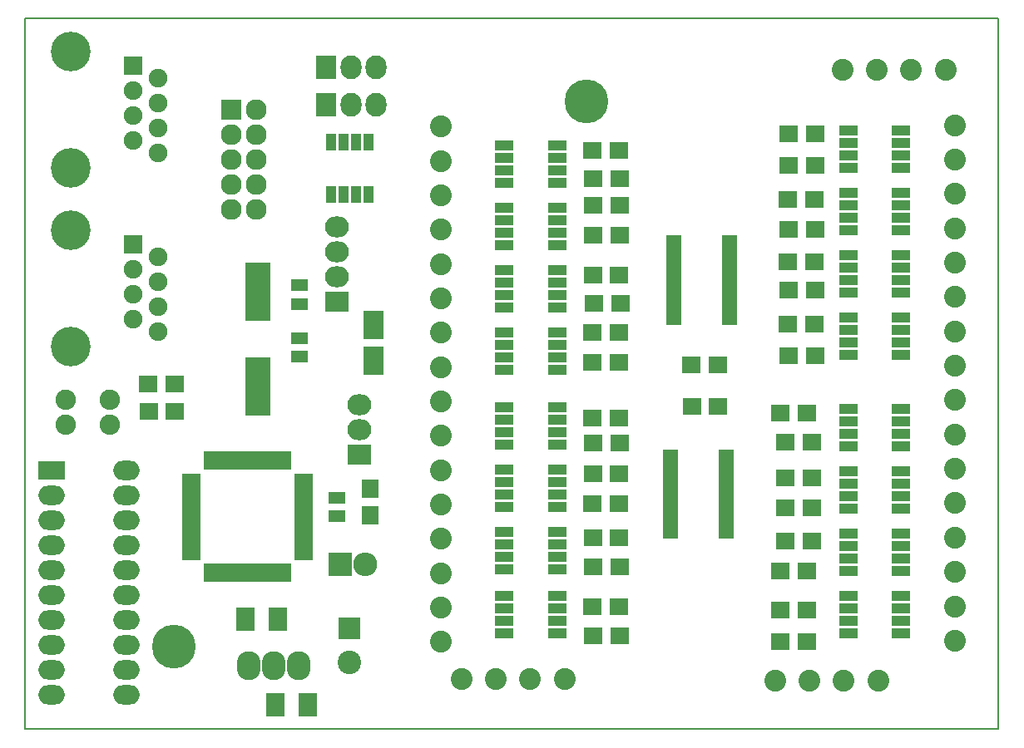
<source format=gbs>
G04 #@! TF.FileFunction,Soldermask,Bot*
%FSLAX46Y46*%
G04 Gerber Fmt 4.6, Leading zero omitted, Abs format (unit mm)*
G04 Created by KiCad (PCBNEW 4.1.0-alpha+201608211231+7083~46~ubuntu14.04.1-product) date Fri Aug 26 11:20:39 2016*
%MOMM*%
%LPD*%
G01*
G04 APERTURE LIST*
%ADD10C,0.150000*%
%ADD11C,0.200000*%
%ADD12C,4.049980*%
%ADD13R,1.901140X1.901140*%
%ADD14C,1.901140*%
%ADD15R,2.432000X2.127200*%
%ADD16O,2.432000X2.127200*%
%ADD17C,4.464000*%
%ADD18R,1.797000X1.289000*%
%ADD19R,2.000200X3.000960*%
%ADD20R,1.924000X2.432000*%
%ADD21C,2.076400*%
%ADD22R,1.924000X0.806400*%
%ADD23R,0.806400X1.924000*%
%ADD24R,1.500000X0.800000*%
%ADD25R,2.127200X2.432000*%
%ADD26O,2.127200X2.432000*%
%ADD27R,1.900000X1.700000*%
%ADD28R,1.700000X1.900000*%
%ADD29R,2.686000X1.974800*%
%ADD30O,2.686000X1.974800*%
%ADD31R,0.999440X1.799540*%
%ADD32O,2.432000X2.940000*%
%ADD33R,1.950000X1.000000*%
%ADD34R,2.500580X6.000700*%
%ADD35R,2.127200X2.127200*%
%ADD36O,2.127200X2.127200*%
%ADD37R,2.432000X2.432000*%
%ADD38O,2.432000X2.432000*%
%ADD39C,2.224000*%
%ADD40R,2.200000X2.200000*%
%ADD41C,2.400000*%
G04 APERTURE END LIST*
D10*
D11*
X124460000Y-24130000D02*
X25400000Y-24130000D01*
X124460000Y-96520000D02*
X124460000Y-24130000D01*
X25400000Y-96520000D02*
X124460000Y-96520000D01*
X25400000Y-24130000D02*
X25400000Y-96520000D01*
D12*
X29982500Y-57525920D03*
X29982500Y-45656500D03*
D13*
X36332500Y-47142400D03*
D14*
X38872500Y-48412400D03*
X36332500Y-49682400D03*
X38872500Y-50952400D03*
X36332500Y-52222400D03*
X38872500Y-53492400D03*
X36332500Y-54762400D03*
X38872500Y-56032400D03*
D15*
X57075000Y-53000000D03*
D16*
X57075000Y-50460000D03*
X57075000Y-47920000D03*
X57075000Y-45380000D03*
D17*
X40500000Y-88100000D03*
X82500000Y-32600000D03*
D18*
X53310000Y-56672500D03*
X53310000Y-58577500D03*
X53310000Y-51292500D03*
X53310000Y-53197500D03*
D19*
X60860000Y-55349140D03*
X60860000Y-58950860D03*
D20*
X54121000Y-94030000D03*
X50819000Y-94030000D03*
D18*
X57100000Y-74852500D03*
X57100000Y-72947500D03*
D20*
X51111000Y-85290000D03*
X47809000Y-85290000D03*
D21*
X29521900Y-62931100D03*
X29521900Y-65471100D03*
X34021900Y-62931100D03*
X34021900Y-65471100D03*
D22*
X42305000Y-74880000D03*
X42305000Y-74079900D03*
X42305000Y-73279800D03*
X42305000Y-72479700D03*
X42305000Y-71679600D03*
X42305000Y-70879500D03*
X42305000Y-75680100D03*
X42305000Y-76480200D03*
X42305000Y-77280300D03*
X42305000Y-78080400D03*
X42305000Y-78880500D03*
X53735000Y-74880000D03*
X53735000Y-74079900D03*
X53735000Y-73279800D03*
X53735000Y-72479700D03*
X53735000Y-71679600D03*
X53735000Y-70879500D03*
X53735000Y-75680100D03*
X53735000Y-76480200D03*
X53735000Y-77280300D03*
X53735000Y-78080400D03*
X53735000Y-78880500D03*
D23*
X48020000Y-69165000D03*
X48020000Y-80595000D03*
X48820100Y-69165000D03*
X48820100Y-80595000D03*
X49620200Y-80595000D03*
X49620200Y-69165000D03*
X50420300Y-69165000D03*
X50420300Y-80595000D03*
X51220400Y-80595000D03*
X51220400Y-69165000D03*
X52020500Y-69165000D03*
X52020500Y-80595000D03*
X47219900Y-80595000D03*
X47219900Y-69165000D03*
X46419800Y-69165000D03*
X46419800Y-80595000D03*
X45619700Y-80595000D03*
X45619700Y-69165000D03*
X44819600Y-69165000D03*
X44819600Y-80595000D03*
X44019500Y-80595000D03*
X44019500Y-69165000D03*
D24*
X91070000Y-76795000D03*
X91070000Y-76145000D03*
X91070000Y-75495000D03*
X91070000Y-74845000D03*
X91070000Y-74195000D03*
X91070000Y-73545000D03*
X91070000Y-72895000D03*
X91070000Y-72245000D03*
X91070000Y-71595000D03*
X91070000Y-70945000D03*
X91070000Y-70295000D03*
X91070000Y-69645000D03*
X91070000Y-68995000D03*
X91070000Y-68345000D03*
X96770000Y-68345000D03*
X96770000Y-68995000D03*
X96770000Y-69645000D03*
X96770000Y-70295000D03*
X96770000Y-70945000D03*
X96770000Y-71595000D03*
X96770000Y-72245000D03*
X96770000Y-72895000D03*
X96770000Y-73545000D03*
X96770000Y-74195000D03*
X96770000Y-74845000D03*
X96770000Y-75495000D03*
X96770000Y-76145000D03*
X96770000Y-76795000D03*
X91390000Y-54965000D03*
X91390000Y-54315000D03*
X91390000Y-53665000D03*
X91390000Y-53015000D03*
X91390000Y-52365000D03*
X91390000Y-51715000D03*
X91390000Y-51065000D03*
X91390000Y-50415000D03*
X91390000Y-49765000D03*
X91390000Y-49115000D03*
X91390000Y-48465000D03*
X91390000Y-47815000D03*
X91390000Y-47165000D03*
X91390000Y-46515000D03*
X97090000Y-46515000D03*
X97090000Y-47165000D03*
X97090000Y-47815000D03*
X97090000Y-48465000D03*
X97090000Y-49115000D03*
X97090000Y-49765000D03*
X97090000Y-50415000D03*
X97090000Y-51065000D03*
X97090000Y-51715000D03*
X97090000Y-52365000D03*
X97090000Y-53015000D03*
X97090000Y-53665000D03*
X97090000Y-54315000D03*
X97090000Y-54965000D03*
D15*
X59360000Y-68550000D03*
D16*
X59360000Y-66010000D03*
X59360000Y-63470000D03*
D25*
X55990000Y-29130000D03*
D26*
X58530000Y-29130000D03*
X61070000Y-29130000D03*
D25*
X55990000Y-32880000D03*
D26*
X58530000Y-32880000D03*
X61070000Y-32880000D03*
D27*
X40601900Y-61381100D03*
X37901900Y-61381100D03*
X40631900Y-64151100D03*
X37931900Y-64151100D03*
D28*
X60480000Y-72060000D03*
X60480000Y-74760000D03*
D27*
X93220000Y-63620000D03*
X95920000Y-63620000D03*
X93170000Y-59370000D03*
X95870000Y-59370000D03*
X85860000Y-87010000D03*
X83160000Y-87010000D03*
X85840000Y-84030000D03*
X83140000Y-84030000D03*
X85860000Y-79960000D03*
X83160000Y-79960000D03*
X85850000Y-77000000D03*
X83150000Y-77000000D03*
X85810000Y-73550000D03*
X83110000Y-73550000D03*
X85850000Y-70500000D03*
X83150000Y-70500000D03*
X85880000Y-67400000D03*
X83180000Y-67400000D03*
X85840000Y-64810000D03*
X83140000Y-64810000D03*
X102250000Y-64300000D03*
X104950000Y-64300000D03*
X102750000Y-67300000D03*
X105450000Y-67300000D03*
X102720000Y-70890000D03*
X105420000Y-70890000D03*
X102750000Y-74000000D03*
X105450000Y-74000000D03*
X102720000Y-77340000D03*
X105420000Y-77340000D03*
X102250000Y-80400000D03*
X104950000Y-80400000D03*
X102250000Y-84400000D03*
X104950000Y-84400000D03*
X102250000Y-87600000D03*
X104950000Y-87600000D03*
X85840000Y-59130000D03*
X83140000Y-59130000D03*
X85830000Y-56080000D03*
X83130000Y-56080000D03*
X85950000Y-53150000D03*
X83250000Y-53150000D03*
X85850000Y-50220000D03*
X83150000Y-50220000D03*
X85910000Y-46160000D03*
X83210000Y-46160000D03*
X85890000Y-43150000D03*
X83190000Y-43150000D03*
X85870000Y-40420000D03*
X83170000Y-40420000D03*
X85820000Y-37520000D03*
X83120000Y-37520000D03*
X103050000Y-35900000D03*
X105750000Y-35900000D03*
X103050000Y-39100000D03*
X105750000Y-39100000D03*
X103020000Y-42520000D03*
X105720000Y-42520000D03*
X103050000Y-45600000D03*
X105750000Y-45600000D03*
X103020000Y-48870000D03*
X105720000Y-48870000D03*
X103050000Y-51800000D03*
X105750000Y-51800000D03*
X103020000Y-55220000D03*
X105720000Y-55220000D03*
X103050000Y-58500000D03*
X105750000Y-58500000D03*
D29*
X28090000Y-70170000D03*
D30*
X28090000Y-72710000D03*
X28090000Y-75250000D03*
X28090000Y-77790000D03*
X28090000Y-80330000D03*
X28090000Y-82870000D03*
X28090000Y-85410000D03*
X28090000Y-87950000D03*
X28090000Y-90490000D03*
X28090000Y-93030000D03*
X35710000Y-93030000D03*
X35710000Y-90490000D03*
X35710000Y-87950000D03*
X35710000Y-85410000D03*
X35710000Y-82870000D03*
X35710000Y-80330000D03*
X35710000Y-77790000D03*
X35710000Y-75250000D03*
X35710000Y-72710000D03*
X35710000Y-70170000D03*
D31*
X60325000Y-36703000D03*
X60325000Y-42037000D03*
X59055000Y-36703000D03*
X57785000Y-36703000D03*
X56515000Y-36703000D03*
X59055000Y-42037000D03*
X57785000Y-42037000D03*
X56515000Y-42037000D03*
D32*
X50670000Y-90030000D03*
X48130000Y-90030000D03*
X53210000Y-90030000D03*
D33*
X79560000Y-82925000D03*
X79560000Y-84195000D03*
X79560000Y-85465000D03*
X79560000Y-86735000D03*
X74160000Y-86735000D03*
X74160000Y-85465000D03*
X74160000Y-84195000D03*
X74160000Y-82925000D03*
X79550000Y-76445000D03*
X79550000Y-77715000D03*
X79550000Y-78985000D03*
X79550000Y-80255000D03*
X74150000Y-80255000D03*
X74150000Y-78985000D03*
X74150000Y-77715000D03*
X74150000Y-76445000D03*
X79550000Y-70095000D03*
X79550000Y-71365000D03*
X79550000Y-72635000D03*
X79550000Y-73905000D03*
X74150000Y-73905000D03*
X74150000Y-72635000D03*
X74150000Y-71365000D03*
X74150000Y-70095000D03*
X79550000Y-63745000D03*
X79550000Y-65015000D03*
X79550000Y-66285000D03*
X79550000Y-67555000D03*
X74150000Y-67555000D03*
X74150000Y-66285000D03*
X74150000Y-65015000D03*
X74150000Y-63745000D03*
X109140000Y-67715000D03*
X109140000Y-66445000D03*
X109140000Y-65175000D03*
X109140000Y-63905000D03*
X114540000Y-63905000D03*
X114540000Y-65175000D03*
X114540000Y-66445000D03*
X114540000Y-67715000D03*
X109140000Y-74065000D03*
X109140000Y-72795000D03*
X109140000Y-71525000D03*
X109140000Y-70255000D03*
X114540000Y-70255000D03*
X114540000Y-71525000D03*
X114540000Y-72795000D03*
X114540000Y-74065000D03*
X109140000Y-80415000D03*
X109140000Y-79145000D03*
X109140000Y-77875000D03*
X109140000Y-76605000D03*
X114540000Y-76605000D03*
X114540000Y-77875000D03*
X114540000Y-79145000D03*
X114540000Y-80415000D03*
X109140000Y-86765000D03*
X109140000Y-85495000D03*
X109140000Y-84225000D03*
X109140000Y-82955000D03*
X114540000Y-82955000D03*
X114540000Y-84225000D03*
X114540000Y-85495000D03*
X114540000Y-86765000D03*
X79550000Y-56125000D03*
X79550000Y-57395000D03*
X79550000Y-58665000D03*
X79550000Y-59935000D03*
X74150000Y-59935000D03*
X74150000Y-58665000D03*
X74150000Y-57395000D03*
X74150000Y-56125000D03*
X79550000Y-49775000D03*
X79550000Y-51045000D03*
X79550000Y-52315000D03*
X79550000Y-53585000D03*
X74150000Y-53585000D03*
X74150000Y-52315000D03*
X74150000Y-51045000D03*
X74150000Y-49775000D03*
X79550000Y-43425000D03*
X79550000Y-44695000D03*
X79550000Y-45965000D03*
X79550000Y-47235000D03*
X74150000Y-47235000D03*
X74150000Y-45965000D03*
X74150000Y-44695000D03*
X74150000Y-43425000D03*
X79550000Y-37075000D03*
X79550000Y-38345000D03*
X79550000Y-39615000D03*
X79550000Y-40885000D03*
X74150000Y-40885000D03*
X74150000Y-39615000D03*
X74150000Y-38345000D03*
X74150000Y-37075000D03*
X109140000Y-39345000D03*
X109140000Y-38075000D03*
X109140000Y-36805000D03*
X109140000Y-35535000D03*
X114540000Y-35535000D03*
X114540000Y-36805000D03*
X114540000Y-38075000D03*
X114540000Y-39345000D03*
X109140000Y-45695000D03*
X109140000Y-44425000D03*
X109140000Y-43155000D03*
X109140000Y-41885000D03*
X114540000Y-41885000D03*
X114540000Y-43155000D03*
X114540000Y-44425000D03*
X114540000Y-45695000D03*
X109140000Y-52045000D03*
X109140000Y-50775000D03*
X109140000Y-49505000D03*
X109140000Y-48235000D03*
X114540000Y-48235000D03*
X114540000Y-49505000D03*
X114540000Y-50775000D03*
X114540000Y-52045000D03*
X109140000Y-58395000D03*
X109140000Y-57125000D03*
X109140000Y-55855000D03*
X109140000Y-54585000D03*
X114540000Y-54585000D03*
X114540000Y-55855000D03*
X114540000Y-57125000D03*
X114540000Y-58395000D03*
D34*
X49075000Y-61623860D03*
X49075000Y-51926140D03*
D12*
X30000000Y-39338520D03*
X30000000Y-27469100D03*
D13*
X36350000Y-28955000D03*
D14*
X38890000Y-30225000D03*
X36350000Y-31495000D03*
X38890000Y-32765000D03*
X36350000Y-34035000D03*
X38890000Y-35305000D03*
X36350000Y-36575000D03*
X38890000Y-37845000D03*
D35*
X46320000Y-33440000D03*
D36*
X48860000Y-33440000D03*
X46320000Y-35980000D03*
X48860000Y-35980000D03*
X46320000Y-38520000D03*
X48860000Y-38520000D03*
X46320000Y-41060000D03*
X48860000Y-41060000D03*
X46320000Y-43600000D03*
X48860000Y-43600000D03*
D37*
X57410000Y-79720000D03*
D38*
X59950000Y-79720000D03*
D39*
X67714000Y-87627000D03*
X67714000Y-84127000D03*
X67714000Y-80627000D03*
X67714000Y-77127000D03*
X67717000Y-45627000D03*
X67717000Y-42127000D03*
X67717000Y-38627000D03*
X67717000Y-35127000D03*
X67714000Y-59627000D03*
X67714000Y-56127000D03*
X67714000Y-52627000D03*
X67714000Y-49127000D03*
X67714000Y-73627000D03*
X67714000Y-70127000D03*
X67714000Y-66627000D03*
X67714000Y-63127000D03*
X101712000Y-91567000D03*
X105212000Y-91567000D03*
X108712000Y-91567000D03*
X112212000Y-91567000D03*
X120016000Y-49000000D03*
X120016000Y-52500000D03*
X120016000Y-56000000D03*
X120016000Y-59500000D03*
X120016000Y-35000000D03*
X120016000Y-38500000D03*
X120016000Y-42000000D03*
X120016000Y-45500000D03*
X108555100Y-29324300D03*
X112055100Y-29324300D03*
X115555100Y-29324300D03*
X119055100Y-29324300D03*
X120016000Y-77000000D03*
X120016000Y-80500000D03*
X120016000Y-84000000D03*
X120016000Y-87500000D03*
X120016000Y-63000000D03*
X120016000Y-66500000D03*
X120016000Y-70000000D03*
X120016000Y-73500000D03*
X80279000Y-91440000D03*
X76779000Y-91440000D03*
X73279000Y-91440000D03*
X69779000Y-91440000D03*
D40*
X58343800Y-86238200D03*
D41*
X58343800Y-89738200D03*
M02*

</source>
